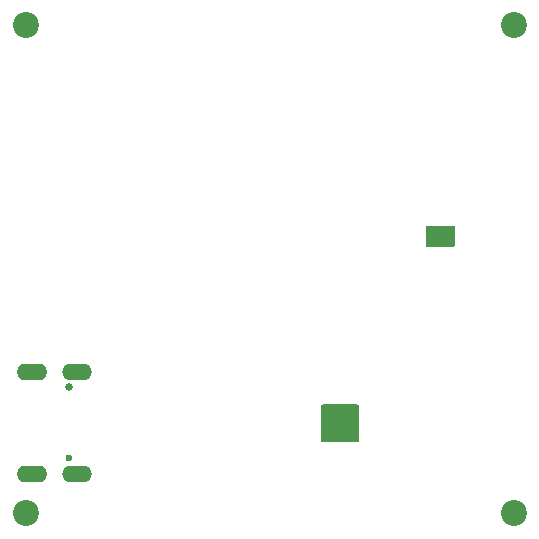
<source format=gbr>
%TF.GenerationSoftware,KiCad,Pcbnew,9.0.2+1*%
%TF.CreationDate,2025-08-01T20:38:56+01:00*%
%TF.ProjectId,PocketSat,506f636b-6574-4536-9174-2e6b69636164,rev?*%
%TF.SameCoordinates,Original*%
%TF.FileFunction,Soldermask,Bot*%
%TF.FilePolarity,Negative*%
%FSLAX46Y46*%
G04 Gerber Fmt 4.6, Leading zero omitted, Abs format (unit mm)*
G04 Created by KiCad (PCBNEW 9.0.2+1) date 2025-08-01 20:38:56*
%MOMM*%
%LPD*%
G01*
G04 APERTURE LIST*
%ADD10C,2.200000*%
%ADD11C,0.630000*%
%ADD12C,0.600000*%
%ADD13O,2.520000X1.362000*%
%ADD14O,2.604000X1.404000*%
G04 APERTURE END LIST*
D10*
%TO.C,H2*%
X143400000Y-97900000D03*
%TD*%
%TO.C,H3*%
X143400000Y-56600000D03*
%TD*%
D11*
%TO.C,J20*%
X105725000Y-87243498D03*
D12*
X105725000Y-93243498D03*
D13*
X106450000Y-85923498D03*
X106450000Y-94563498D03*
D14*
X102625000Y-85923498D03*
X102625000Y-94563498D03*
%TD*%
D10*
%TO.C,H4*%
X102100000Y-56600000D03*
%TD*%
%TO.C,H1*%
X102100000Y-97900000D03*
%TD*%
G36*
X138393039Y-73589685D02*
G01*
X138438794Y-73642489D01*
X138450000Y-73694000D01*
X138450000Y-75206000D01*
X138430315Y-75273039D01*
X138377511Y-75318794D01*
X138326000Y-75330000D01*
X136074000Y-75330000D01*
X136006961Y-75310315D01*
X135961206Y-75257511D01*
X135950000Y-75206000D01*
X135950000Y-73694000D01*
X135969685Y-73626961D01*
X136022489Y-73581206D01*
X136074000Y-73570000D01*
X138326000Y-73570000D01*
X138393039Y-73589685D01*
G37*
G36*
X130243039Y-88719685D02*
G01*
X130288794Y-88772489D01*
X130300000Y-88824000D01*
X130300000Y-91776000D01*
X130280315Y-91843039D01*
X130227511Y-91888794D01*
X130176000Y-91900000D01*
X127224000Y-91900000D01*
X127156961Y-91880315D01*
X127111206Y-91827511D01*
X127100000Y-91776000D01*
X127100000Y-88824000D01*
X127119685Y-88756961D01*
X127172489Y-88711206D01*
X127224000Y-88700000D01*
X130176000Y-88700000D01*
X130243039Y-88719685D01*
G37*
M02*

</source>
